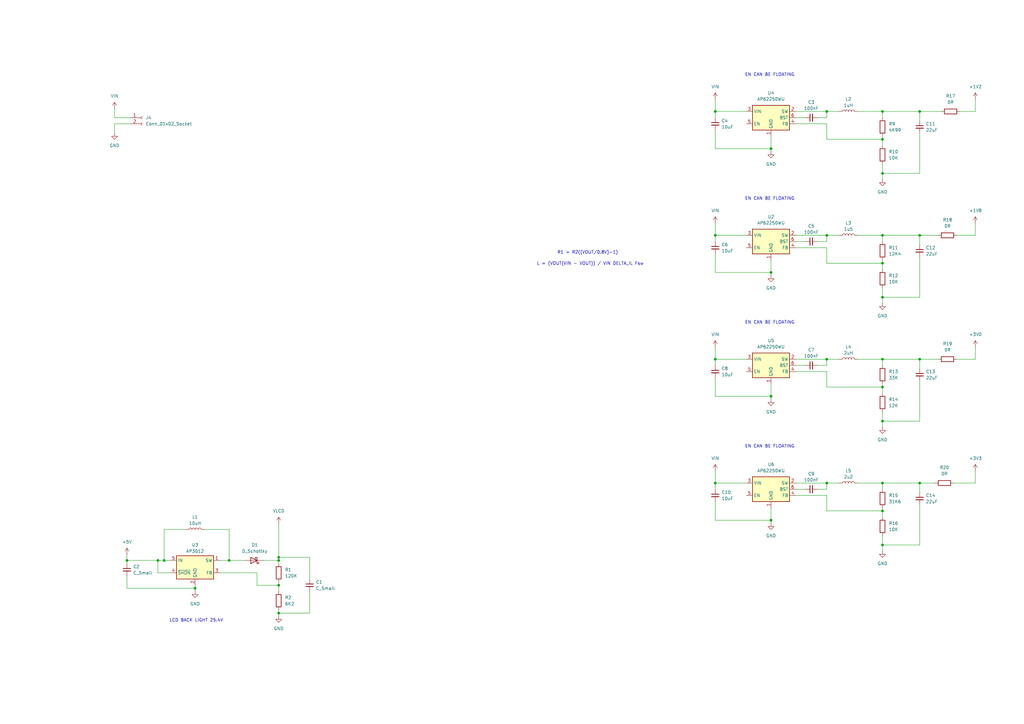
<source format=kicad_sch>
(kicad_sch (version 20231120) (generator "eeschema") (generator_version "8.0")
  (paper "A3")
  (lib_symbols
    (symbol "Connector:Conn_01x02_Socket" (pin_names (offset 1.016) hide)
      (property "Reference" "J" (at 0 2.54 0))
      (property "Value" "Conn_01x02_Socket" (at 0 -5.08 0))
      (symbol "Conn_01x02_Socket_1_1"
        (arc (start 0 -2.032) (mid -0.5058 -2.54) (end 0 -3.048) (stroke (width 0.1524)))
        (polyline (pts (xy -1.27 -2.54) (xy -0.508 -2.54)) (stroke (width 0.1524)))
        (polyline (pts (xy -1.27 0) (xy -0.508 0)) (stroke (width 0.1524)))
        (arc (start 0 0.508) (mid -0.5058 0) (end 0 -0.508) (stroke (width 0.1524)))
        (pin passive line (at -5.08 0 0) (length 3.81) (name "Pin_1") (number "1"))
        (pin passive line (at -5.08 -2.54 0) (length 3.81) (name "Pin_2") (number "2"))
      )
    )
    (symbol "Device:C_Small" (pin_numbers hide) (pin_names (offset 0.254) hide)
      (property "Reference" "C" (at 0.254 1.778 0))
      (property "Value" "C_Small" (at 0.254 -2.032 0))
      (symbol "C_Small_0_1"
        (polyline (pts (xy -1.524 -0.508) (xy 1.524 -0.508)) (stroke (width 0.3302)))
        (polyline (pts (xy -1.524 0.508) (xy 1.524 0.508)) (stroke (width 0.3048)))
      )
      (symbol "C_Small_1_1"
        (pin passive line (at 0 2.54 270) (length 2.032) (name "~") (number "1"))
        (pin passive line (at 0 -2.54 90) (length 2.032) (name "~") (number "2"))
      )
    )
    (symbol "Device:D_Schottky" (pin_numbers hide) (pin_names (offset 1.016) hide)
      (property "Reference" "D" (at 0 2.54 0))
      (property "Value" "D_Schottky" (at 0 -2.54 0))
      (symbol "D_Schottky_0_1"
        (polyline (pts (xy 1.27 0) (xy -1.27 0)))
        (polyline (pts (xy 1.27 1.27) (xy 1.27 -1.27) (xy -1.27 0) (xy 1.27 1.27)) (stroke (width 0.254)))
        (polyline (pts (xy -1.905 0.635) (xy -1.905 1.27) (xy -1.27 1.27) (xy -1.27 -1.27) (xy -0.635 -1.27) (xy -0.635 -0.635)) (stroke (width 0.254)))
      )
      (symbol "D_Schottky_1_1"
        (pin passive line (at -3.81 0 0) (length 2.54) (name "K") (number "1"))
        (pin passive line (at 3.81 0 180) (length 2.54) (name "A") (number "2"))
      )
    )
    (symbol "Device:L" (pin_numbers hide) (pin_names (offset 1.016) hide)
      (property "Reference" "L" (at -1.27 0 90))
      (property "Value" "L" (at 1.905 0 90))
      (symbol "L_0_1"
        (arc (start 0 -2.54) (mid 0.6323 -1.905) (end 0 -1.27))
        (arc (start 0 -1.27) (mid 0.6323 -0.635) (end 0 0))
        (arc (start 0 0) (mid 0.6323 0.635) (end 0 1.27))
        (arc (start 0 1.27) (mid 0.6323 1.905) (end 0 2.54))
      )
      (symbol "L_1_1"
        (pin passive line (at 0 3.81 270) (length 1.27) (name "1") (number "1"))
        (pin passive line (at 0 -3.81 90) (length 1.27) (name "2") (number "2"))
      )
    )
    (symbol "Device:R" (pin_numbers hide) (pin_names (offset 0))
      (property "Reference" "R" (at 2.032 0 90))
      (property "Value" "R" (at 0 0 90))
      (symbol "R_0_1"
        (rectangle (start -1.016 -2.54) (end 1.016 2.54) (stroke (width 0.254)))
      )
      (symbol "R_1_1"
        (pin passive line (at 0 3.81 270) (length 1.27) (name "~") (number "1"))
        (pin passive line (at 0 -3.81 90) (length 1.27) (name "~") (number "2"))
      )
    )
    (symbol "Regulator_Switching:AP3012"
      (property "Reference" "U" (at -7.62 5.715 0))
      (property "Value" "AP3012" (at 0 5.715 0))
      (symbol "AP3012_0_1"
        (rectangle (start -7.62 4.445) (end 7.62 -5.08) (stroke (width 0.254)) (fill (type background)))
      )
      (symbol "AP3012_1_1"
        (pin passive line (at 10.16 2.54 180) (length 2.54) (name "SW") (number "1"))
        (pin power_in line (at 0 -7.62 90) (length 2.54) (name "GND") (number "2"))
        (pin input line (at 10.16 -2.54 180) (length 2.54) (name "FB") (number "3"))
        (pin input line (at -10.16 -2.54 0) (length 2.54) (name "~{SHDN}") (number "4"))
        (pin power_in line (at -10.16 2.54 0) (length 2.54) (name "IN") (number "5"))
      )
    )
    (symbol "Regulator_Switching:AP62250WU"
      (property "Reference" "U" (at -7.62 6.35 0))
      (property "Value" "AP62250WU" (at 6.35 -6.35 0))
      (symbol "AP62250WU_0_1"
        (rectangle (start -7.62 5.08) (end 7.62 -5.08) (stroke (width 0.254)) (fill (type background)))
      )
      (symbol "AP62250WU_1_1"
        (pin power_in line (at 0 -7.62 90) (length 2.54) (name "GND") (number "1"))
        (pin output line (at 10.16 2.54 180) (length 2.54) (name "SW") (number "2"))
        (pin power_in line (at -10.16 2.54 0) (length 2.54) (name "VIN") (number "3"))
        (pin input line (at 10.16 -2.54 180) (length 2.54) (name "FB") (number "4"))
        (pin passive line (at -10.16 -2.54 0) (length 2.54) (name "EN") (number "5"))
        (pin passive line (at 10.16 0 180) (length 2.54) (name "BST") (number "6"))
      )
    )
    (symbol "power:+1V2" (power) (pin_numbers hide) (pin_names (offset 0) hide)
      (property "Value" "+1V2" (at 0 3.556 0))
      (symbol "+1V2_0_1"
        (polyline (pts (xy -0.762 1.27) (xy 0 2.54)))
        (polyline (pts (xy 0 0) (xy 0 2.54)))
        (polyline (pts (xy 0 2.54) (xy 0.762 1.27)))
      )
      (symbol "+1V2_1_1"
        (pin power_in line (at 0 0 90) (length 0) (name "~") (number "1"))
      )
    )
    (symbol "power:+1V8" (power) (pin_numbers hide) (pin_names (offset 0) hide)
      (property "Value" "+1V8" (at 0 3.556 0))
      (symbol "+1V8_0_1"
        (polyline (pts (xy -0.762 1.27) (xy 0 2.54)))
        (polyline (pts (xy 0 0) (xy 0 2.54)))
        (polyline (pts (xy 0 2.54) (xy 0.762 1.27)))
      )
      (symbol "+1V8_1_1"
        (pin power_in line (at 0 0 90) (length 0) (name "~") (number "1"))
      )
    )
    (symbol "power:+3V3" (power) (pin_numbers hide) (pin_names (offset 0) hide)
      (property "Value" "+3V3" (at 0 3.556 0))
      (symbol "+3V3_0_1"
        (polyline (pts (xy -0.762 1.27) (xy 0 2.54)))
        (polyline (pts (xy 0 0) (xy 0 2.54)))
        (polyline (pts (xy 0 2.54) (xy 0.762 1.27)))
      )
      (symbol "+3V3_1_1"
        (pin power_in line (at 0 0 90) (length 0) (name "~") (number "1"))
      )
    )
    (symbol "power:+5V" (power) (pin_numbers hide) (pin_names (offset 0) hide)
      (property "Value" "+5V" (at 0 3.556 0))
      (symbol "+5V_0_1"
        (polyline (pts (xy -0.762 1.27) (xy 0 2.54)))
        (polyline (pts (xy 0 0) (xy 0 2.54)))
        (polyline (pts (xy 0 2.54) (xy 0.762 1.27)))
      )
      (symbol "+5V_1_1"
        (pin power_in line (at 0 0 90) (length 0) (name "~") (number "1"))
      )
    )
    (symbol "power:+9V" (power) (pin_numbers hide) (pin_names (offset 0) hide)
      (property "Value" "+9V" (at 0 3.556 0))
      (symbol "+9V_0_1"
        (polyline (pts (xy -0.762 1.27) (xy 0 2.54)))
        (polyline (pts (xy 0 0) (xy 0 2.54)))
        (polyline (pts (xy 0 2.54) (xy 0.762 1.27)))
      )
      (symbol "+9V_1_1"
        (pin power_in line (at 0 0 90) (length 0) (name "~") (number "1"))
      )
    )
    (symbol "power:GND" (power) (pin_numbers hide) (pin_names (offset 0) hide)
      (property "Value" "GND" (at 0 -3.81 0))
      (symbol "GND_0_1"
        (polyline (pts (xy 0 0) (xy 0 -1.27) (xy 1.27 -1.27) (xy 0 -2.54) (xy -1.27 -1.27) (xy 0 -1.27)))
      )
      (symbol "GND_1_1"
        (pin power_in line (at 0 0 270) (length 0) (name "~") (number "1"))
      )
    )
    (symbol "power:VCC" (power) (pin_numbers hide) (pin_names (offset 0) hide)
      (property "Value" "VCC" (at 0 3.556 0))
      (symbol "VCC_0_1"
        (polyline (pts (xy -0.762 1.27) (xy 0 2.54)))
        (polyline (pts (xy 0 0) (xy 0 2.54)))
        (polyline (pts (xy 0 2.54) (xy 0.762 1.27)))
      )
      (symbol "VCC_1_1"
        (pin power_in line (at 0 0 90) (length 0) (name "~") (number "1"))
      )
    )
  )
  (junction (at 339.09 96.52))
  (junction (at 316.23 60.96))
  (junction (at 52.07 229.87))
  (junction (at 361.95 158.75))
  (junction (at 361.95 45.72))
  (junction (at 361.95 121.92))
  (junction (at 361.95 71.12))
  (junction (at 339.09 147.32))
  (junction (at 361.95 107.95))
  (junction (at 316.23 213.36))
  (junction (at 377.19 45.72))
  (junction (at 93.98 229.87))
  (junction (at 361.95 209.55))
  (junction (at 80.01 241.3))
  (junction (at 377.19 96.52))
  (junction (at 316.23 162.56))
  (junction (at 339.09 45.72))
  (junction (at 114.3 228.6))
  (junction (at 361.95 172.72))
  (junction (at 114.3 251.46))
  (junction (at 293.37 198.12))
  (junction (at 361.95 57.15))
  (junction (at 377.19 198.12))
  (junction (at 361.95 147.32))
  (junction (at 64.77 229.87))
  (junction (at 361.95 96.52))
  (junction (at 339.09 198.12))
  (junction (at 293.37 147.32))
  (junction (at 293.37 96.52))
  (junction (at 377.19 147.32))
  (junction (at 114.3 229.87))
  (junction (at 293.37 45.72))
  (junction (at 361.95 223.52))
  (junction (at 361.95 198.12))
  (junction (at 316.23 111.76))
  (junction (at 67.31 229.87))
  (junction (at 114.3 240.03))
  (wire (pts (xy 339.09 209.55) (xy 361.95 209.55)))
  (wire (pts (xy 293.37 198.12) (xy 293.37 193.04)))
  (wire (pts (xy 326.39 99.06) (xy 330.2 99.06)))
  (wire (pts (xy 335.28 149.86) (xy 339.09 149.86)))
  (wire (pts (xy 361.95 147.32) (xy 361.95 149.86)))
  (wire (pts (xy 361.95 71.12) (xy 361.95 73.66)))
  (wire (pts (xy 114.3 240.03) (xy 114.3 242.57)))
  (wire (pts (xy 400.05 45.72) (xy 400.05 40.64)))
  (wire (pts (xy 293.37 147.32) (xy 293.37 142.24)))
  (wire (pts (xy 52.07 227.33) (xy 52.07 229.87)))
  (wire (pts (xy 326.39 147.32) (xy 339.09 147.32)))
  (wire (pts (xy 339.09 107.95) (xy 361.95 107.95)))
  (wire (pts (xy 377.19 54.61) (xy 377.19 71.12)))
  (wire (pts (xy 293.37 53.34) (xy 293.37 60.96)))
  (wire (pts (xy 339.09 147.32) (xy 344.17 147.32)))
  (wire (pts (xy 351.79 96.52) (xy 361.95 96.52)))
  (wire (pts (xy 361.95 96.52) (xy 361.95 99.06)))
  (wire (pts (xy 293.37 162.56) (xy 316.23 162.56)))
  (wire (pts (xy 293.37 60.96) (xy 316.23 60.96)))
  (wire (pts (xy 339.09 152.4) (xy 339.09 158.75)))
  (wire (pts (xy 114.3 251.46) (xy 114.3 252.73)))
  (wire (pts (xy 361.95 208.28) (xy 361.95 209.55)))
  (wire (pts (xy 293.37 45.72) (xy 293.37 40.64)))
  (wire (pts (xy 316.23 111.76) (xy 316.23 113.03)))
  (wire (pts (xy 339.09 200.66) (xy 339.09 198.12)))
  (wire (pts (xy 351.79 45.72) (xy 361.95 45.72)))
  (wire (pts (xy 361.95 67.31) (xy 361.95 71.12)))
  (wire (pts (xy 67.31 217.17) (xy 76.2 217.17)))
  (wire (pts (xy 127 251.46) (xy 114.3 251.46)))
  (wire (pts (xy 339.09 50.8) (xy 339.09 57.15)))
  (wire (pts (xy 377.19 45.72) (xy 361.95 45.72)))
  (wire (pts (xy 114.3 229.87) (xy 114.3 231.14)))
  (wire (pts (xy 339.09 203.2) (xy 339.09 209.55)))
  (wire (pts (xy 377.19 207.01) (xy 377.19 223.52)))
  (wire (pts (xy 339.09 101.6) (xy 339.09 107.95)))
  (wire (pts (xy 391.16 198.12) (xy 400.05 198.12)))
  (wire (pts (xy 53.34 48.26) (xy 46.99 48.26)))
  (wire (pts (xy 293.37 96.52) (xy 293.37 99.06)))
  (wire (pts (xy 326.39 149.86) (xy 330.2 149.86)))
  (wire (pts (xy 306.07 96.52) (xy 293.37 96.52)))
  (wire (pts (xy 114.3 228.6) (xy 114.3 229.87)))
  (wire (pts (xy 90.17 229.87) (xy 93.98 229.87)))
  (wire (pts (xy 316.23 55.88) (xy 316.23 60.96)))
  (wire (pts (xy 293.37 213.36) (xy 316.23 213.36)))
  (wire (pts (xy 339.09 99.06) (xy 339.09 96.52)))
  (wire (pts (xy 361.95 168.91) (xy 361.95 172.72)))
  (wire (pts (xy 377.19 198.12) (xy 383.54 198.12)))
  (wire (pts (xy 377.19 49.53) (xy 377.19 45.72)))
  (wire (pts (xy 361.95 198.12) (xy 361.95 200.66)))
  (wire (pts (xy 93.98 217.17) (xy 93.98 229.87)))
  (wire (pts (xy 306.07 147.32) (xy 293.37 147.32)))
  (wire (pts (xy 361.95 55.88) (xy 361.95 57.15)))
  (wire (pts (xy 339.09 198.12) (xy 344.17 198.12)))
  (wire (pts (xy 52.07 231.14) (xy 52.07 229.87)))
  (wire (pts (xy 339.09 149.86) (xy 339.09 147.32)))
  (wire (pts (xy 335.28 48.26) (xy 339.09 48.26)))
  (wire (pts (xy 52.07 241.3) (xy 80.01 241.3)))
  (wire (pts (xy 83.82 217.17) (xy 93.98 217.17)))
  (wire (pts (xy 46.99 48.26) (xy 46.99 44.45)))
  (wire (pts (xy 69.85 234.95) (xy 64.77 234.95)))
  (wire (pts (xy 293.37 205.74) (xy 293.37 213.36)))
  (wire (pts (xy 80.01 241.3) (xy 80.01 242.57)))
  (wire (pts (xy 316.23 106.68) (xy 316.23 111.76)))
  (wire (pts (xy 293.37 147.32) (xy 293.37 149.86)))
  (wire (pts (xy 392.43 147.32) (xy 400.05 147.32)))
  (wire (pts (xy 316.23 60.96) (xy 316.23 62.23)))
  (wire (pts (xy 316.23 208.28) (xy 316.23 213.36)))
  (wire (pts (xy 105.41 234.95) (xy 90.17 234.95)))
  (wire (pts (xy 377.19 151.13) (xy 377.19 147.32)))
  (wire (pts (xy 400.05 147.32) (xy 400.05 142.24)))
  (wire (pts (xy 326.39 50.8) (xy 339.09 50.8)))
  (wire (pts (xy 335.28 200.66) (xy 339.09 200.66)))
  (wire (pts (xy 361.95 45.72) (xy 361.95 48.26)))
  (wire (pts (xy 80.01 240.03) (xy 80.01 241.3)))
  (wire (pts (xy 127 242.57) (xy 127 251.46)))
  (wire (pts (xy 377.19 156.21) (xy 377.19 172.72)))
  (wire (pts (xy 392.43 96.52) (xy 400.05 96.52)))
  (wire (pts (xy 326.39 45.72) (xy 339.09 45.72)))
  (wire (pts (xy 114.3 240.03) (xy 114.3 238.76)))
  (wire (pts (xy 377.19 201.93) (xy 377.19 198.12)))
  (wire (pts (xy 339.09 45.72) (xy 344.17 45.72)))
  (wire (pts (xy 339.09 57.15) (xy 361.95 57.15)))
  (wire (pts (xy 335.28 99.06) (xy 339.09 99.06)))
  (wire (pts (xy 351.79 147.32) (xy 361.95 147.32)))
  (wire (pts (xy 377.19 223.52) (xy 361.95 223.52)))
  (wire (pts (xy 377.19 147.32) (xy 384.81 147.32)))
  (wire (pts (xy 339.09 96.52) (xy 344.17 96.52)))
  (wire (pts (xy 69.85 229.87) (xy 67.31 229.87)))
  (wire (pts (xy 326.39 101.6) (xy 339.09 101.6)))
  (wire (pts (xy 46.99 50.8) (xy 46.99 54.61)))
  (wire (pts (xy 361.95 107.95) (xy 361.95 110.49)))
  (wire (pts (xy 339.09 48.26) (xy 339.09 45.72)))
  (wire (pts (xy 105.41 240.03) (xy 114.3 240.03)))
  (wire (pts (xy 105.41 240.03) (xy 105.41 234.95)))
  (wire (pts (xy 361.95 158.75) (xy 361.95 161.29)))
  (wire (pts (xy 361.95 57.15) (xy 361.95 59.69)))
  (wire (pts (xy 377.19 121.92) (xy 361.95 121.92)))
  (wire (pts (xy 127 237.49) (xy 127 228.6)))
  (wire (pts (xy 339.09 158.75) (xy 361.95 158.75)))
  (wire (pts (xy 326.39 203.2) (xy 339.09 203.2)))
  (wire (pts (xy 377.19 100.33) (xy 377.19 96.52)))
  (wire (pts (xy 293.37 198.12) (xy 293.37 200.66)))
  (wire (pts (xy 361.95 157.48) (xy 361.95 158.75)))
  (wire (pts (xy 326.39 48.26) (xy 330.2 48.26)))
  (wire (pts (xy 400.05 198.12) (xy 400.05 193.04)))
  (wire (pts (xy 306.07 198.12) (xy 293.37 198.12)))
  (wire (pts (xy 52.07 236.22) (xy 52.07 241.3)))
  (wire (pts (xy 52.07 229.87) (xy 64.77 229.87)))
  (wire (pts (xy 361.95 118.11) (xy 361.95 121.92)))
  (wire (pts (xy 326.39 200.66) (xy 330.2 200.66)))
  (wire (pts (xy 293.37 111.76) (xy 316.23 111.76)))
  (wire (pts (xy 114.3 250.19) (xy 114.3 251.46)))
  (wire (pts (xy 326.39 152.4) (xy 339.09 152.4)))
  (wire (pts (xy 361.95 106.68) (xy 361.95 107.95)))
  (wire (pts (xy 393.7 45.72) (xy 400.05 45.72)))
  (wire (pts (xy 351.79 198.12) (xy 361.95 198.12)))
  (wire (pts (xy 127 228.6) (xy 114.3 228.6)))
  (wire (pts (xy 316.23 213.36) (xy 316.23 214.63)))
  (wire (pts (xy 293.37 45.72) (xy 293.37 48.26)))
  (wire (pts (xy 361.95 223.52) (xy 361.95 226.06)))
  (wire (pts (xy 326.39 198.12) (xy 339.09 198.12)))
  (wire (pts (xy 293.37 104.14) (xy 293.37 111.76)))
  (wire (pts (xy 361.95 172.72) (xy 361.95 175.26)))
  (wire (pts (xy 293.37 96.52) (xy 293.37 91.44)))
  (wire (pts (xy 400.05 96.52) (xy 400.05 91.44)))
  (wire (pts (xy 64.77 229.87) (xy 67.31 229.87)))
  (wire (pts (xy 306.07 45.72) (xy 293.37 45.72)))
  (wire (pts (xy 293.37 154.94) (xy 293.37 162.56)))
  (wire (pts (xy 114.3 214.63) (xy 114.3 228.6)))
  (wire (pts (xy 93.98 229.87) (xy 100.33 229.87)))
  (wire (pts (xy 316.23 157.48) (xy 316.23 162.56)))
  (wire (pts (xy 377.19 96.52) (xy 361.95 96.52)))
  (wire (pts (xy 326.39 96.52) (xy 339.09 96.52)))
  (wire (pts (xy 377.19 198.12) (xy 361.95 198.12)))
  (wire (pts (xy 361.95 219.71) (xy 361.95 223.52)))
  (wire (pts (xy 107.95 229.87) (xy 114.3 229.87)))
  (wire (pts (xy 377.19 172.72) (xy 361.95 172.72)))
  (wire (pts (xy 53.34 50.8) (xy 46.99 50.8)))
  (wire (pts (xy 361.95 209.55) (xy 361.95 212.09)))
  (wire (pts (xy 377.19 96.52) (xy 384.81 96.52)))
  (wire (pts (xy 361.95 121.92) (xy 361.95 124.46)))
  (wire (pts (xy 377.19 45.72) (xy 386.08 45.72)))
  (wire (pts (xy 316.23 162.56) (xy 316.23 163.83)))
  (wire (pts (xy 377.19 71.12) (xy 361.95 71.12)))
  (wire (pts (xy 64.77 234.95) (xy 64.77 229.87)))
  (wire (pts (xy 67.31 229.87) (xy 67.31 217.17)))
  (wire (pts (xy 377.19 105.41) (xy 377.19 121.92)))
  (wire (pts (xy 377.19 147.32) (xy 361.95 147.32)))
  (text "EN CAN BE FLOATING\n" (at 315.722 183.134 0) (effects (font (size 1.27 1.27))))
  (text "EN CAN BE FLOATING\n" (at 315.722 81.534 0) (effects (font (size 1.27 1.27))))
  (text "EN CAN BE FLOATING\n" (at 315.722 132.334 0) (effects (font (size 1.27 1.27))))
  (text "R1 = R2((VOUT/0.8V)-1)" (at 241.046 103.632 0) (effects (font (size 1.27 1.27))))
  (text "LCD BACK LIGHT 25.4V" (at 80.518 254.508 0) (effects (font (size 1.27 1.27))))
  (text "EN CAN BE FLOATING\n" (at 315.722 30.734 0) (effects (font (size 1.27 1.27))))
  (text "L = (VOUT(VIN - VOUT)) / VIN DELTA_IL Fsw" (at 242.062 108.204 0) (effects (font (size 1.27 1.27))))
  (symbol (lib_id "power:GND") (at 316.23 214.63 0) (unit 1)
    (property "Reference" "#PWR026" (effects (hide yes)))
    (property "Value" "GND" (at 316.23 219.71 0))
    (property "Description" "Power symbol creates a global label with name \"GND\" , ground" (effects (hide yes)))
  )
  (symbol (lib_id "power:+3V3") (at 400.05 142.24 0) (unit 1)
    (property "Reference" "#PWR029" (effects (hide yes)))
    (property "Value" "+3V0" (at 400.05 137.16 0))
    (property "Description" "Power symbol creates a global label with name \"+3V3\"" (effects (hide yes)))
  )
  (symbol (lib_id "power:VCC") (at 46.99 44.45 0) (unit 1)
    (property "Reference" "#PWR031" (effects (hide yes)))
    (property "Value" "VIN" (at 46.99 39.37 0))
    (property "Description" "Power symbol creates a global label with name \"VCC\"" (effects (hide yes)))
  )
  (symbol (lib_id "Regulator_Switching:AP62250WU") (at 316.23 48.26 0) (unit 1)
    (property "Reference" "U4" (at 316.23 38.1 0))
    (property "Value" "AP62250WU" (at 316.23 40.64 0))
    (property "Footprint" "Package_TO_SOT_SMD:TSOT-23-6" (effects (hide yes)))
    (property "Datasheet" "https://www.diodes.com/assets/Datasheets/AP62250.pdf" (effects (hide yes)))
    (property "Description" "2.5A, 1.3MHz Buck DC/DC Converter, 4.2V-18V input voltage, 0.8V-7V adjustable output voltage, TSOT-23-6" (effects (hide yes)))
  )
  (symbol (lib_id "power:VCC") (at 293.37 40.64 0) (unit 1)
    (property "Reference" "#PWR015" (effects (hide yes)))
    (property "Value" "VIN" (at 293.37 35.56 0))
    (property "Description" "Power symbol creates a global label with name \"VCC\"" (effects (hide yes)))
  )
  (symbol (lib_id "Device:C_Small") (at 377.19 204.47 0) (unit 1)
    (property "Reference" "C14" (at 379.73 203.2062 0) (effects (justify left)))
    (property "Value" "22uF" (at 379.73 205.7462 0) (effects (justify left)))
    (property "Description" "Unpolarized capacitor, small symbol" (effects (hide yes)))
  )
  (symbol (lib_id "power:GND") (at 361.95 73.66 0) (unit 1)
    (property "Reference" "#PWR014" (effects (hide yes)))
    (property "Value" "GND" (at 361.95 78.74 0))
    (property "Description" "Power symbol creates a global label with name \"GND\" , ground" (effects (hide yes)))
  )
  (symbol (lib_id "Device:R") (at 387.35 198.12 90) (unit 1)
    (property "Reference" "R20" (at 387.35 191.77 90))
    (property "Value" "0R" (at 387.35 194.31 90))
    (property "Footprint" "Resistor_SMD:R_0603_1608Metric_Pad0.98x0.95mm_HandSolder" (effects (hide yes)))
    (property "Description" "Resistor" (effects (hide yes)))
  )
  (symbol (lib_id "Device:C_Small") (at 293.37 50.8 0) (unit 1)
    (property "Reference" "C4" (at 295.91 49.5362 0) (effects (justify left)))
    (property "Value" "10uF" (at 295.91 52.0762 0) (effects (justify left)))
    (property "Description" "Unpolarized capacitor, small symbol" (effects (hide yes)))
  )
  (symbol (lib_id "Device:R") (at 361.95 52.07 0) (unit 1)
    (property "Reference" "R9" (at 364.49 50.7999 0) (effects (justify left)))
    (property "Value" "4K99" (at 364.49 53.3399 0) (effects (justify left)))
    (property "Footprint" "Resistor_SMD:R_0603_1608Metric_Pad0.98x0.95mm_HandSolder" (effects (hide yes)))
    (property "Description" "Resistor" (effects (hide yes)))
  )
  (symbol (lib_id "Regulator_Switching:AP62250WU") (at 316.23 200.66 0) (unit 1)
    (property "Reference" "U6" (at 316.23 190.5 0))
    (property "Value" "AP62250WU" (at 316.23 193.04 0))
    (property "Footprint" "Package_TO_SOT_SMD:TSOT-23-6" (effects (hide yes)))
    (property "Datasheet" "https://www.diodes.com/assets/Datasheets/AP62250.pdf" (effects (hide yes)))
    (property "Description" "2.5A, 1.3MHz Buck DC/DC Converter, 4.2V-18V input voltage, 0.8V-7V adjustable output voltage, TSOT-23-6" (effects (hide yes)))
  )
  (symbol (lib_id "Device:R") (at 388.62 96.52 90) (unit 1)
    (property "Reference" "R18" (at 388.62 90.17 90))
    (property "Value" "0R" (at 388.62 92.71 90))
    (property "Footprint" "Resistor_SMD:R_0603_1608Metric_Pad0.98x0.95mm_HandSolder" (effects (hide yes)))
    (property "Description" "Resistor" (effects (hide yes)))
  )
  (symbol (lib_id "Device:R") (at 361.95 63.5 0) (unit 1)
    (property "Reference" "R10" (at 364.49 62.2299 0) (effects (justify left)))
    (property "Value" "10K" (at 364.49 64.7699 0) (effects (justify left)))
    (property "Footprint" "Resistor_SMD:R_0603_1608Metric_Pad0.98x0.95mm_HandSolder" (effects (hide yes)))
    (property "Description" "Resistor" (effects (hide yes)))
  )
  (symbol (lib_id "Device:C_Small") (at 52.07 233.68 0) (unit 1)
    (property "Reference" "C2" (at 54.61 232.4162 0) (effects (justify left)))
    (property "Value" "C_Small" (at 54.61 234.9562 0) (effects (justify left)))
    (property "Description" "Unpolarized capacitor, small symbol" (effects (hide yes)))
  )
  (symbol (lib_id "Device:C_Small") (at 293.37 152.4 0) (unit 1)
    (property "Reference" "C8" (at 295.91 151.1362 0) (effects (justify left)))
    (property "Value" "10uF" (at 295.91 153.6762 0) (effects (justify left)))
    (property "Description" "Unpolarized capacitor, small symbol" (effects (hide yes)))
  )
  (symbol (lib_id "power:+3V3") (at 400.05 193.04 0) (unit 1)
    (property "Reference" "#PWR019" (effects (hide yes)))
    (property "Value" "+3V3" (at 400.05 187.96 0))
    (property "Description" "Power symbol creates a global label with name \"+3V3\"" (effects (hide yes)))
  )
  (symbol (lib_id "Device:L") (at 80.01 217.17 90) (unit 1)
    (property "Reference" "L1" (at 80.01 212.09 90))
    (property "Value" "10uH" (at 80.01 214.63 90))
    (property "Description" "Inductor" (effects (hide yes)))
  )
  (symbol (lib_id "Device:R") (at 361.95 102.87 0) (unit 1)
    (property "Reference" "R11" (at 364.49 101.5999 0) (effects (justify left)))
    (property "Value" "12K4" (at 364.49 104.1399 0) (effects (justify left)))
    (property "Footprint" "Resistor_SMD:R_0603_1608Metric_Pad0.98x0.95mm_HandSolder" (effects (hide yes)))
    (property "Description" "Resistor" (effects (hide yes)))
  )
  (symbol (lib_id "Device:C_Small") (at 293.37 101.6 0) (unit 1)
    (property "Reference" "C6" (at 295.91 100.3362 0) (effects (justify left)))
    (property "Value" "10uF" (at 295.91 102.8762 0) (effects (justify left)))
    (property "Description" "Unpolarized capacitor, small symbol" (effects (hide yes)))
  )
  (symbol (lib_id "Device:R") (at 114.3 234.95 0) (unit 1)
    (property "Reference" "R1" (at 116.84 233.6799 0) (effects (justify left)))
    (property "Value" "120K" (at 116.84 236.2199 0) (effects (justify left)))
    (property "Footprint" "Resistor_SMD:R_0603_1608Metric_Pad0.98x0.95mm_HandSolder" (effects (hide yes)))
    (property "Description" "Resistor" (effects (hide yes)))
  )
  (symbol (lib_id "power:GND") (at 361.95 124.46 0) (unit 1)
    (property "Reference" "#PWR021" (effects (hide yes)))
    (property "Value" "GND" (at 361.95 129.54 0))
    (property "Description" "Power symbol creates a global label with name \"GND\" , ground" (effects (hide yes)))
  )
  (symbol (lib_id "Device:R") (at 361.95 165.1 0) (unit 1)
    (property "Reference" "R14" (at 364.49 163.8299 0) (effects (justify left)))
    (property "Value" "12K" (at 364.49 166.3699 0) (effects (justify left)))
    (property "Footprint" "Resistor_SMD:R_0603_1608Metric_Pad0.98x0.95mm_HandSolder" (effects (hide yes)))
    (property "Description" "Resistor" (effects (hide yes)))
  )
  (symbol (lib_id "power:GND") (at 46.99 54.61 0) (unit 1)
    (property "Reference" "#PWR030" (effects (hide yes)))
    (property "Value" "GND" (at 46.99 59.69 0))
    (property "Description" "Power symbol creates a global label with name \"GND\" , ground" (effects (hide yes)))
  )
  (symbol (lib_id "Device:C_Small") (at 377.19 153.67 0) (unit 1)
    (property "Reference" "C13" (at 379.73 152.4062 0) (effects (justify left)))
    (property "Value" "22uF" (at 379.73 154.9462 0) (effects (justify left)))
    (property "Description" "Unpolarized capacitor, small symbol" (effects (hide yes)))
  )
  (symbol (lib_id "Device:C_Small") (at 332.74 149.86 90) (unit 1)
    (property "Reference" "C7" (at 332.7463 143.51 90))
    (property "Value" "100nF" (at 332.7463 146.05 90))
    (property "Footprint" "Capacitor_SMD:C_0603_1608Metric_Pad1.08x0.95mm_HandSolder" (effects (hide yes)))
    (property "Description" "Unpolarized capacitor, small symbol" (effects (hide yes)))
  )
  (symbol (lib_id "power:VCC") (at 293.37 193.04 0) (unit 1)
    (property "Reference" "#PWR023" (effects (hide yes)))
    (property "Value" "VIN" (at 293.37 187.96 0))
    (property "Description" "Power symbol creates a global label with name \"VCC\"" (effects (hide yes)))
  )
  (symbol (lib_id "Device:C_Small") (at 127 240.03 0) (unit 1)
    (property "Reference" "C1" (at 129.54 238.7662 0) (effects (justify left)))
    (property "Value" "C_Small" (at 129.54 241.3062 0) (effects (justify left)))
    (property "Description" "Unpolarized capacitor, small symbol" (effects (hide yes)))
  )
  (symbol (lib_id "Device:R") (at 361.95 215.9 0) (unit 1)
    (property "Reference" "R16" (at 364.49 214.6299 0) (effects (justify left)))
    (property "Value" "10K" (at 364.49 217.1699 0) (effects (justify left)))
    (property "Footprint" "Resistor_SMD:R_0603_1608Metric_Pad0.98x0.95mm_HandSolder" (effects (hide yes)))
    (property "Description" "Resistor" (effects (hide yes)))
  )
  (symbol (lib_id "power:GND") (at 316.23 62.23 0) (unit 1)
    (property "Reference" "#PWR016" (effects (hide yes)))
    (property "Value" "GND" (at 316.23 67.31 0))
    (property "Description" "Power symbol creates a global label with name \"GND\" , ground" (effects (hide yes)))
  )
  (symbol (lib_id "power:+1V8") (at 400.05 91.44 0) (unit 1)
    (property "Reference" "#PWR018" (effects (hide yes)))
    (property "Value" "+1V8" (at 400.05 86.36 0))
    (property "Description" "Power symbol creates a global label with name \"+1V8\"" (effects (hide yes)))
  )
  (symbol (lib_id "power:VCC") (at 293.37 142.24 0) (unit 1)
    (property "Reference" "#PWR022" (effects (hide yes)))
    (property "Value" "VIN" (at 293.37 137.16 0))
    (property "Description" "Power symbol creates a global label with name \"VCC\"" (effects (hide yes)))
  )
  (symbol (lib_id "Device:R") (at 361.95 153.67 0) (unit 1)
    (property "Reference" "R13" (at 364.49 152.3999 0) (effects (justify left)))
    (property "Value" "33K" (at 364.49 154.9399 0) (effects (justify left)))
    (property "Footprint" "Resistor_SMD:R_0603_1608Metric_Pad0.98x0.95mm_HandSolder" (effects (hide yes)))
    (property "Description" "Resistor" (effects (hide yes)))
  )
  (symbol (lib_id "Device:L") (at 347.98 45.72 90) (unit 1)
    (property "Reference" "L2" (at 347.98 40.64 90))
    (property "Value" "1uH" (at 347.98 43.18 90))
    (property "Description" "Inductor" (effects (hide yes)))
  )
  (symbol (lib_id "Device:C_Small") (at 377.19 102.87 0) (unit 1)
    (property "Reference" "C12" (at 379.73 101.6062 0) (effects (justify left)))
    (property "Value" "22uF" (at 379.73 104.1462 0) (effects (justify left)))
    (property "Description" "Unpolarized capacitor, small symbol" (effects (hide yes)))
  )
  (symbol (lib_id "Device:L") (at 347.98 198.12 90) (unit 1)
    (property "Reference" "L5" (at 347.98 193.04 90))
    (property "Value" "2u2" (at 347.98 195.58 90))
    (property "Description" "Inductor" (effects (hide yes)))
  )
  (symbol (lib_id "power:+9V") (at 114.3 214.63 0) (unit 1)
    (property "Reference" "#PWR02" (effects (hide yes)))
    (property "Value" "VLCD" (at 114.3 209.55 0))
    (property "Description" "Power symbol creates a global label with name \"+9V\"" (effects (hide yes)))
  )
  (symbol (lib_id "Regulator_Switching:AP62250WU") (at 316.23 99.06 0) (unit 1)
    (property "Reference" "U2" (at 316.23 88.9 0))
    (property "Value" "AP62250WU" (at 316.23 91.44 0))
    (property "Footprint" "Package_TO_SOT_SMD:TSOT-23-6" (effects (hide yes)))
    (property "Datasheet" "https://www.diodes.com/assets/Datasheets/AP62250.pdf" (effects (hide yes)))
    (property "Description" "2.5A, 1.3MHz Buck DC/DC Converter, 4.2V-18V input voltage, 0.8V-7V adjustable output voltage, TSOT-23-6" (effects (hide yes)))
  )
  (symbol (lib_id "Device:R") (at 389.89 45.72 90) (unit 1)
    (property "Reference" "R17" (at 389.89 39.37 90))
    (property "Value" "0R" (at 389.89 41.91 90))
    (property "Footprint" "Resistor_SMD:R_0603_1608Metric_Pad0.98x0.95mm_HandSolder" (effects (hide yes)))
    (property "Description" "Resistor" (effects (hide yes)))
  )
  (symbol (lib_id "power:GND") (at 316.23 113.03 0) (unit 1)
    (property "Reference" "#PWR020" (effects (hide yes)))
    (property "Value" "GND" (at 316.23 118.11 0))
    (property "Description" "Power symbol creates a global label with name \"GND\" , ground" (effects (hide yes)))
  )
  (symbol (lib_id "Device:R") (at 388.62 147.32 90) (unit 1)
    (property "Reference" "R19" (at 388.62 140.97 90))
    (property "Value" "0R" (at 388.62 143.51 90))
    (property "Footprint" "Resistor_SMD:R_0603_1608Metric_Pad0.98x0.95mm_HandSolder" (effects (hide yes)))
    (property "Description" "Resistor" (effects (hide yes)))
  )
  (symbol (lib_id "power:VCC") (at 293.37 91.44 0) (unit 1)
    (property "Reference" "#PWR017" (effects (hide yes)))
    (property "Value" "VIN" (at 293.37 86.36 0))
    (property "Description" "Power symbol creates a global label with name \"VCC\"" (effects (hide yes)))
  )
  (symbol (lib_id "Device:C_Small") (at 293.37 203.2 0) (unit 1)
    (property "Reference" "C10" (at 295.91 201.9362 0) (effects (justify left)))
    (property "Value" "10uF" (at 295.91 204.4762 0) (effects (justify left)))
    (property "Description" "Unpolarized capacitor, small symbol" (effects (hide yes)))
  )
  (symbol (lib_id "Device:R") (at 361.95 204.47 0) (unit 1)
    (property "Reference" "R15" (at 364.49 203.1999 0) (effects (justify left)))
    (property "Value" "31K6" (at 364.49 205.7399 0) (effects (justify left)))
    (property "Footprint" "Resistor_SMD:R_0603_1608Metric_Pad0.98x0.95mm_HandSolder" (effects (hide yes)))
    (property "Description" "Resistor" (effects (hide yes)))
  )
  (symbol (lib_id "power:GND") (at 361.95 175.26 0) (unit 1)
    (property "Reference" "#PWR025" (effects (hide yes)))
    (property "Value" "GND" (at 361.95 180.34 0))
    (property "Description" "Power symbol creates a global label with name \"GND\" , ground" (effects (hide yes)))
  )
  (symbol (lib_id "power:GND") (at 80.01 242.57 0) (unit 1)
    (property "Reference" "#PWR03" (effects (hide yes)))
    (property "Value" "GND" (at 80.01 247.65 0))
    (property "Description" "Power symbol creates a global label with name \"GND\" , ground" (effects (hide yes)))
  )
  (symbol (lib_id "Device:R") (at 114.3 246.38 0) (unit 1)
    (property "Reference" "R2" (at 116.84 245.1099 0) (effects (justify left)))
    (property "Value" "6K2" (at 116.84 247.6499 0) (effects (justify left)))
    (property "Footprint" "Resistor_SMD:R_0603_1608Metric_Pad0.98x0.95mm_HandSolder" (effects (hide yes)))
    (property "Description" "Resistor" (effects (hide yes)))
  )
  (symbol (lib_id "power:GND") (at 316.23 163.83 0) (unit 1)
    (property "Reference" "#PWR024" (effects (hide yes)))
    (property "Value" "GND" (at 316.23 168.91 0))
    (property "Description" "Power symbol creates a global label with name \"GND\" , ground" (effects (hide yes)))
  )
  (symbol (lib_id "Device:C_Small") (at 332.74 48.26 90) (unit 1)
    (property "Reference" "C3" (at 332.7463 41.91 90))
    (property "Value" "100nF" (at 332.7463 44.45 90))
    (property "Footprint" "Capacitor_SMD:C_0603_1608Metric_Pad1.08x0.95mm_HandSolder" (effects (hide yes)))
    (property "Description" "Unpolarized capacitor, small symbol" (effects (hide yes)))
  )
  (symbol (lib_id "Device:L") (at 347.98 96.52 90) (unit 1)
    (property "Reference" "L3" (at 347.98 91.44 90))
    (property "Value" "1u5" (at 347.98 93.98 90))
    (property "Description" "Inductor" (effects (hide yes)))
  )
  (symbol (lib_id "Regulator_Switching:AP3012") (at 80.01 232.41 0) (unit 1)
    (property "Reference" "U3" (at 80.01 223.52 0))
    (property "Value" "AP3012" (at 80.01 226.06 0))
    (property "Footprint" "Package_TO_SOT_SMD:SOT-23-5" (effects (hide yes)))
    (property "Datasheet" "https://www.diodes.com/assets/Datasheets/AP3012.pdf" (effects (hide yes)))
    (property "Description" "500mA, Adjustable Step-Up Voltage Regulator, 1.5MHz Frequency, SOT-23-5" (effects (hide yes)))
  )
  (symbol (lib_id "power:GND") (at 114.3 252.73 0) (unit 1)
    (property "Reference" "#PWR01" (effects (hide yes)))
    (property "Value" "GND" (at 114.3 257.81 0))
    (property "Description" "Power symbol creates a global label with name \"GND\" , ground" (effects (hide yes)))
  )
  (symbol (lib_id "Device:C_Small") (at 377.19 52.07 0) (unit 1)
    (property "Reference" "C11" (at 379.73 50.8062 0) (effects (justify left)))
    (property "Value" "22uF" (at 379.73 53.3462 0) (effects (justify left)))
    (property "Description" "Unpolarized capacitor, small symbol" (effects (hide yes)))
  )
  (symbol (lib_id "Regulator_Switching:AP62250WU") (at 316.23 149.86 0) (unit 1)
    (property "Reference" "U5" (at 316.23 139.7 0))
    (property "Value" "AP62250WU" (at 316.23 142.24 0))
    (property "Footprint" "Package_TO_SOT_SMD:TSOT-23-6" (effects (hide yes)))
    (property "Datasheet" "https://www.diodes.com/assets/Datasheets/AP62250.pdf" (effects (hide yes)))
    (property "Description" "2.5A, 1.3MHz Buck DC/DC Converter, 4.2V-18V input voltage, 0.8V-7V adjustable output voltage, TSOT-23-6" (effects (hide yes)))
  )
  (symbol (lib_id "power:GND") (at 361.95 226.06 0) (unit 1)
    (property "Reference" "#PWR027" (effects (hide yes)))
    (property "Value" "GND" (at 361.95 231.14 0))
    (property "Description" "Power symbol creates a global label with name \"GND\" , ground" (effects (hide yes)))
  )
  (symbol (lib_id "Connector:Conn_01x02_Socket") (at 58.42 48.26 0) (unit 1)
    (property "Reference" "J4" (at 59.69 48.2599 0) (effects (justify left)))
    (property "Value" "Conn_01x02_Socket" (at 59.69 50.7999 0) (effects (justify left)))
    (property "Footprint" "Connector_JST:JST_XH_S2B-XH-A-1_1x02_P2.50mm_Horizontal" (effects (hide yes)))
    (property "Description" "Generic connector, single row, 01x02, script generated" (effects (hide yes)))
  )
  (symbol (lib_id "Device:D_Schottky") (at 104.14 229.87 180) (unit 1)
    (property "Reference" "D1" (at 104.4575 223.52 0))
    (property "Value" "D_Schottky" (at 104.4575 226.06 0))
    (property "Description" "Schottky diode" (effects (hide yes)))
  )
  (symbol (lib_id "Device:R") (at 361.95 114.3 0) (unit 1)
    (property "Reference" "R12" (at 364.49 113.0299 0) (effects (justify left)))
    (property "Value" "10K" (at 364.49 115.5699 0) (effects (justify left)))
    (property "Footprint" "Resistor_SMD:R_0603_1608Metric_Pad0.98x0.95mm_HandSolder" (effects (hide yes)))
    (property "Description" "Resistor" (effects (hide yes)))
  )
  (symbol (lib_id "Device:C_Small") (at 332.74 200.66 90) (unit 1)
    (property "Reference" "C9" (at 332.7463 194.31 90))
    (property "Value" "100nF" (at 332.7463 196.85 90))
    (property "Footprint" "Capacitor_SMD:C_0603_1608Metric_Pad1.08x0.95mm_HandSolder" (effects (hide yes)))
    (property "Description" "Unpolarized capacitor, small symbol" (effects (hide yes)))
  )
  (symbol (lib_id "Device:C_Small") (at 332.74 99.06 90) (unit 1)
    (property "Reference" "C5" (at 332.7463 92.71 90))
    (property "Value" "100nF" (at 332.7463 95.25 90))
    (property "Footprint" "Capacitor_SMD:C_0603_1608Metric_Pad1.08x0.95mm_HandSolder" (effects (hide yes)))
    (property "Description" "Unpolarized capacitor, small symbol" (effects (hide yes)))
  )
  (symbol (lib_id "power:+1V2") (at 400.05 40.64 0) (unit 1)
    (property "Reference" "#PWR028" (effects (hide yes)))
    (property "Value" "+1V2" (at 400.05 35.56 0))
    (property "Description" "Power symbol creates a global label with name \"+1V2\"" (effects (hide yes)))
  )
  (symbol (lib_id "power:+5V") (at 52.07 227.33 0) (unit 1)
    (property "Reference" "#PWR04" (effects (hide yes)))
    (property "Value" "+5V" (at 52.07 222.25 0))
    (property "Description" "Power symbol creates a global label with name \"+5V\"" (effects (hide yes)))
  )
  (symbol (lib_id "Device:L") (at 347.98 147.32 90) (unit 1)
    (property "Reference" "L4" (at 347.98 142.24 90))
    (property "Value" "2uH" (at 347.98 144.78 90))
    (property "Description" "Inductor" (effects (hide yes)))
  )
)
</source>
